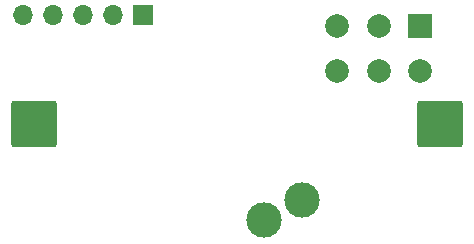
<source format=gbr>
%TF.GenerationSoftware,KiCad,Pcbnew,7.0.11+dfsg-1build4*%
%TF.CreationDate,2025-11-28T20:59:08+01:00*%
%TF.ProjectId,ParaMETEO-reset-adapter,50617261-4d45-4544-954f-2d7265736574,rev?*%
%TF.SameCoordinates,Original*%
%TF.FileFunction,Soldermask,Bot*%
%TF.FilePolarity,Negative*%
%FSLAX46Y46*%
G04 Gerber Fmt 4.6, Leading zero omitted, Abs format (unit mm)*
G04 Created by KiCad (PCBNEW 7.0.11+dfsg-1build4) date 2025-11-28 20:59:08*
%MOMM*%
%LPD*%
G01*
G04 APERTURE LIST*
G04 Aperture macros list*
%AMRoundRect*
0 Rectangle with rounded corners*
0 $1 Rounding radius*
0 $2 $3 $4 $5 $6 $7 $8 $9 X,Y pos of 4 corners*
0 Add a 4 corners polygon primitive as box body*
4,1,4,$2,$3,$4,$5,$6,$7,$8,$9,$2,$3,0*
0 Add four circle primitives for the rounded corners*
1,1,$1+$1,$2,$3*
1,1,$1+$1,$4,$5*
1,1,$1+$1,$6,$7*
1,1,$1+$1,$8,$9*
0 Add four rect primitives between the rounded corners*
20,1,$1+$1,$2,$3,$4,$5,0*
20,1,$1+$1,$4,$5,$6,$7,0*
20,1,$1+$1,$6,$7,$8,$9,0*
20,1,$1+$1,$8,$9,$2,$3,0*%
G04 Aperture macros list end*
%ADD10RoundRect,0.250002X-1.699998X-1.699998X1.699998X-1.699998X1.699998X1.699998X-1.699998X1.699998X0*%
%ADD11R,1.700000X1.700000*%
%ADD12O,1.700000X1.700000*%
%ADD13R,2.000000X2.000000*%
%ADD14C,2.000000*%
%ADD15C,3.000000*%
G04 APERTURE END LIST*
D10*
%TO.C,J4*%
X138650000Y-61900000D03*
%TD*%
%TO.C,J3*%
X173000000Y-61850000D03*
%TD*%
D11*
%TO.C,J2*%
X147810000Y-52700000D03*
D12*
X145270000Y-52700000D03*
X142730000Y-52700000D03*
X140190000Y-52700000D03*
X137650000Y-52700000D03*
%TD*%
D13*
%TO.C,J1*%
X171300000Y-53590000D03*
D14*
X171300000Y-57400000D03*
X167800000Y-53590000D03*
X167800000Y-57400000D03*
X164300000Y-53590000D03*
X164300000Y-57400000D03*
%TD*%
D15*
%TO.C,TP1*%
X161340800Y-68351400D03*
%TD*%
%TO.C,TP2*%
X158064200Y-70053200D03*
%TD*%
M02*

</source>
